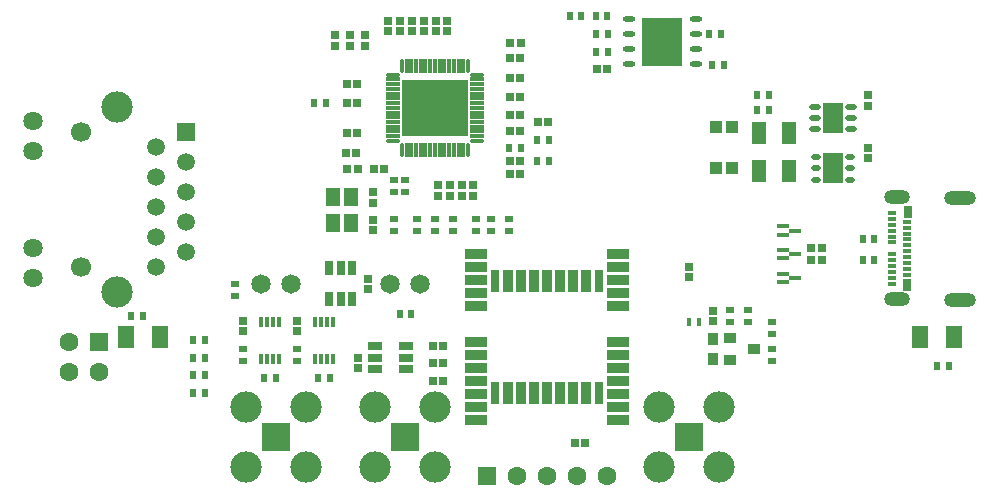
<source format=gts>
G04*
G04 #@! TF.GenerationSoftware,Altium Limited,Altium Designer,24.4.1 (13)*
G04*
G04 Layer_Color=8388736*
%FSLAX44Y44*%
%MOMM*%
G71*
G04*
G04 #@! TF.SameCoordinates,01D52CA3-88C5-4DE5-A31F-88FFA3C92493*
G04*
G04*
G04 #@! TF.FilePolarity,Negative*
G04*
G01*
G75*
%ADD37R,3.5000X4.1000*%
G04:AMPARAMS|DCode=38|XSize=1.05mm|YSize=0.45mm|CornerRadius=0.225mm|HoleSize=0mm|Usage=FLASHONLY|Rotation=180.000|XOffset=0mm|YOffset=0mm|HoleType=Round|Shape=RoundedRectangle|*
%AMROUNDEDRECTD38*
21,1,1.0500,0.0000,0,0,180.0*
21,1,0.6000,0.4500,0,0,180.0*
1,1,0.4500,-0.3000,0.0000*
1,1,0.4500,0.3000,0.0000*
1,1,0.4500,0.3000,0.0000*
1,1,0.4500,-0.3000,0.0000*
%
%ADD38ROUNDEDRECTD38*%
%ADD44R,0.9000X1.0000*%
%ADD47R,0.6000X0.7000*%
%ADD48R,0.7000X0.7400*%
%ADD49R,0.4000X0.9000*%
%ADD50R,1.9000X0.9000*%
%ADD51R,0.4500X0.7500*%
%ADD52R,0.7000X0.6000*%
%ADD53R,0.7400X0.7000*%
%ADD54R,1.0000X0.9000*%
%ADD55R,0.8000X1.9000*%
%ADD56R,0.9000X1.9000*%
%ADD57R,0.7000X1.2500*%
%ADD58R,1.2500X0.7000*%
%ADD59R,1.0144X0.3032*%
%ADD60R,1.0144X0.3540*%
%ADD61R,1.2000X0.3000*%
%ADD62R,1.4000X1.9000*%
%ADD63O,0.8000X0.5000*%
%ADD64R,1.7500X2.5000*%
%ADD65O,1.0000X0.5000*%
%ADD66R,0.8000X0.4000*%
%ADD67R,0.8000X1.1000*%
G04:AMPARAMS|DCode=68|XSize=0.3mm|YSize=1.2mm|CornerRadius=0.1mm|HoleSize=0mm|Usage=FLASHONLY|Rotation=90.000|XOffset=0mm|YOffset=0mm|HoleType=Round|Shape=RoundedRectangle|*
%AMROUNDEDRECTD68*
21,1,0.3000,1.0000,0,0,90.0*
21,1,0.1000,1.2000,0,0,90.0*
1,1,0.2000,0.5000,0.0500*
1,1,0.2000,0.5000,-0.0500*
1,1,0.2000,-0.5000,-0.0500*
1,1,0.2000,-0.5000,0.0500*
%
%ADD68ROUNDEDRECTD68*%
G04:AMPARAMS|DCode=69|XSize=0.3mm|YSize=1.2mm|CornerRadius=0.1mm|HoleSize=0mm|Usage=FLASHONLY|Rotation=0.000|XOffset=0mm|YOffset=0mm|HoleType=Round|Shape=RoundedRectangle|*
%AMROUNDEDRECTD69*
21,1,0.3000,1.0000,0,0,0.0*
21,1,0.1000,1.2000,0,0,0.0*
1,1,0.2000,0.0500,-0.5000*
1,1,0.2000,-0.0500,-0.5000*
1,1,0.2000,-0.0500,0.5000*
1,1,0.2000,0.0500,0.5000*
%
%ADD69ROUNDEDRECTD69*%
%ADD70R,0.3000X1.2000*%
%ADD71R,5.7000X4.7000*%
%ADD72R,1.0000X1.1000*%
%ADD73R,1.3000X1.5000*%
%ADD74R,1.3000X1.8500*%
%ADD75C,1.6000*%
%ADD76R,1.6000X1.6000*%
%ADD77C,2.6500*%
%ADD78R,2.3500X2.3500*%
%ADD79C,1.6400*%
%ADD80C,1.7000*%
%ADD81C,1.6300*%
%ADD82C,1.5000*%
%ADD83R,1.5000X1.5000*%
%ADD84O,2.7000X1.2000*%
%ADD85O,2.2000X1.2000*%
%ADD86C,0.1000*%
D37*
X952500Y785000D02*
D03*
D38*
X924000Y765950D02*
D03*
Y778650D02*
D03*
Y791350D02*
D03*
Y804050D02*
D03*
X981000D02*
D03*
Y791350D02*
D03*
Y778650D02*
D03*
Y765950D02*
D03*
D44*
X995000Y533500D02*
D03*
Y516500D02*
D03*
D47*
X671000Y500000D02*
D03*
X661000D02*
D03*
X565000Y517500D02*
D03*
X555000D02*
D03*
X625000Y500000D02*
D03*
X615000D02*
D03*
X512500Y552500D02*
D03*
X502500D02*
D03*
X1004500Y765000D02*
D03*
X994500D02*
D03*
X856558Y702000D02*
D03*
X846558D02*
D03*
X906442Y776500D02*
D03*
X896442D02*
D03*
X895942Y807000D02*
D03*
X905942D02*
D03*
X1122000Y618000D02*
D03*
X1132000D02*
D03*
Y600000D02*
D03*
X1122000D02*
D03*
X1042500Y740000D02*
D03*
X1032500D02*
D03*
X1032500Y727500D02*
D03*
X1042500D02*
D03*
X565000Y532500D02*
D03*
X555000D02*
D03*
X1185000Y510000D02*
D03*
X1195000D02*
D03*
X896442Y791500D02*
D03*
X906442D02*
D03*
X832558Y695000D02*
D03*
X822558D02*
D03*
X846558Y684000D02*
D03*
X856558D02*
D03*
X730000Y554000D02*
D03*
X740000D02*
D03*
X555000Y487500D02*
D03*
X565000D02*
D03*
X884000Y807000D02*
D03*
X874000D02*
D03*
X667558Y733000D02*
D03*
X657558D02*
D03*
X991942Y791500D02*
D03*
X1001942D02*
D03*
X555000Y502500D02*
D03*
X565000D02*
D03*
D48*
X823600Y784000D02*
D03*
X832400D02*
D03*
X766900Y527500D02*
D03*
X758100D02*
D03*
Y512500D02*
D03*
X766900D02*
D03*
X1078600Y600000D02*
D03*
X1087400D02*
D03*
X1078600Y610000D02*
D03*
X1087400D02*
D03*
X823258Y738500D02*
D03*
X832058D02*
D03*
X823158Y709000D02*
D03*
X831958D02*
D03*
X878600Y445000D02*
D03*
X887400D02*
D03*
X758100Y497500D02*
D03*
X766900D02*
D03*
X685600Y677500D02*
D03*
X694400D02*
D03*
X684658Y690500D02*
D03*
X693458D02*
D03*
X716900Y677500D02*
D03*
X708100D02*
D03*
X847158Y717000D02*
D03*
X855958D02*
D03*
X897042Y761500D02*
D03*
X905842D02*
D03*
X685158Y733000D02*
D03*
X693958D02*
D03*
X685158Y708000D02*
D03*
X693958D02*
D03*
X831958Y673000D02*
D03*
X823158D02*
D03*
X685158Y749000D02*
D03*
X693958D02*
D03*
X831958Y754000D02*
D03*
X823158D02*
D03*
X831958Y770750D02*
D03*
X823158D02*
D03*
Y723000D02*
D03*
X831958D02*
D03*
Y684000D02*
D03*
X823158D02*
D03*
D49*
X612500Y548000D02*
D03*
X617500D02*
D03*
X622500D02*
D03*
X627500D02*
D03*
Y516000D02*
D03*
X622500D02*
D03*
X617500D02*
D03*
X612500D02*
D03*
X658443Y515983D02*
D03*
X663443D02*
D03*
X668443D02*
D03*
X673443D02*
D03*
Y547982D02*
D03*
X668443D02*
D03*
X663443D02*
D03*
X658443D02*
D03*
D50*
X795000Y465000D02*
D03*
Y476000D02*
D03*
Y487000D02*
D03*
Y498000D02*
D03*
Y509000D02*
D03*
Y520000D02*
D03*
Y531000D02*
D03*
Y561000D02*
D03*
Y572000D02*
D03*
Y583000D02*
D03*
Y594000D02*
D03*
Y605000D02*
D03*
X915000D02*
D03*
Y594000D02*
D03*
Y583000D02*
D03*
Y572000D02*
D03*
Y561000D02*
D03*
Y531000D02*
D03*
Y520000D02*
D03*
Y509000D02*
D03*
Y498000D02*
D03*
Y487000D02*
D03*
Y476000D02*
D03*
Y465000D02*
D03*
D51*
X983500Y547500D02*
D03*
X975000D02*
D03*
D52*
X1025000Y557500D02*
D03*
Y547500D02*
D03*
X1010000D02*
D03*
Y557500D02*
D03*
X1045000Y515000D02*
D03*
Y525000D02*
D03*
Y537500D02*
D03*
Y547500D02*
D03*
X597500Y524500D02*
D03*
Y514500D02*
D03*
X643443Y524482D02*
D03*
Y514483D02*
D03*
X735000Y657500D02*
D03*
Y667500D02*
D03*
X725000D02*
D03*
Y657500D02*
D03*
X760000Y625000D02*
D03*
Y635000D02*
D03*
X822500Y625000D02*
D03*
Y635000D02*
D03*
X725000D02*
D03*
Y625000D02*
D03*
X807500Y635000D02*
D03*
Y625000D02*
D03*
X775000Y635000D02*
D03*
Y625000D02*
D03*
X745000D02*
D03*
Y635000D02*
D03*
X591000Y570000D02*
D03*
Y580000D02*
D03*
X795000Y635000D02*
D03*
Y625000D02*
D03*
D53*
X995000Y556900D02*
D03*
Y548100D02*
D03*
X597500Y548900D02*
D03*
Y540100D02*
D03*
X643443Y548883D02*
D03*
Y540083D02*
D03*
X695000Y517500D02*
D03*
Y508700D02*
D03*
X703000Y575600D02*
D03*
Y584400D02*
D03*
X782558Y663400D02*
D03*
Y654600D02*
D03*
X792558Y654600D02*
D03*
Y663400D02*
D03*
X1127002Y730770D02*
D03*
Y739570D02*
D03*
X975000Y585600D02*
D03*
Y594400D02*
D03*
X700558Y781600D02*
D03*
Y790400D02*
D03*
X1127002Y695170D02*
D03*
Y686370D02*
D03*
X772558Y663400D02*
D03*
Y654600D02*
D03*
X770558Y793600D02*
D03*
Y802400D02*
D03*
X707500Y625600D02*
D03*
Y634400D02*
D03*
Y657500D02*
D03*
Y648700D02*
D03*
X688058Y790400D02*
D03*
Y781600D02*
D03*
X760558Y793600D02*
D03*
Y802400D02*
D03*
X675558Y790400D02*
D03*
Y781600D02*
D03*
X750558Y802400D02*
D03*
Y793600D02*
D03*
X730558D02*
D03*
Y802400D02*
D03*
X740558D02*
D03*
Y793600D02*
D03*
X720558Y802400D02*
D03*
Y793600D02*
D03*
X762558Y654600D02*
D03*
Y663400D02*
D03*
D54*
X1030000Y525000D02*
D03*
X1010000Y515500D02*
D03*
Y534500D02*
D03*
D55*
X811000Y582500D02*
D03*
X899000D02*
D03*
Y487500D02*
D03*
X811000D02*
D03*
D56*
X822000Y582500D02*
D03*
X833000D02*
D03*
X844000D02*
D03*
X855000D02*
D03*
X866000D02*
D03*
X877000D02*
D03*
X888000D02*
D03*
Y487500D02*
D03*
X877000D02*
D03*
X866000D02*
D03*
X855000D02*
D03*
X844000D02*
D03*
X833000D02*
D03*
X822000D02*
D03*
D57*
X670500Y567000D02*
D03*
X680000D02*
D03*
X689500D02*
D03*
Y593000D02*
D03*
X680000D02*
D03*
X670500D02*
D03*
D58*
X735500Y508000D02*
D03*
Y517500D02*
D03*
Y527000D02*
D03*
X709500D02*
D03*
Y517500D02*
D03*
Y508000D02*
D03*
D59*
X1065080Y585000D02*
D03*
Y605000D02*
D03*
Y625000D02*
D03*
D60*
X1054920Y581444D02*
D03*
Y588556D02*
D03*
Y601444D02*
D03*
Y608556D02*
D03*
Y621444D02*
D03*
Y628556D02*
D03*
D61*
X724409Y705000D02*
D03*
Y709000D02*
D03*
Y753000D02*
D03*
Y749000D02*
D03*
Y745000D02*
D03*
Y741000D02*
D03*
Y737000D02*
D03*
Y733000D02*
D03*
Y729000D02*
D03*
Y725000D02*
D03*
Y721000D02*
D03*
Y717000D02*
D03*
Y713000D02*
D03*
X795409Y705000D02*
D03*
Y709000D02*
D03*
Y713000D02*
D03*
Y717000D02*
D03*
Y721000D02*
D03*
Y725000D02*
D03*
Y729000D02*
D03*
Y733000D02*
D03*
Y737000D02*
D03*
Y741000D02*
D03*
Y745000D02*
D03*
Y749000D02*
D03*
Y753000D02*
D03*
D62*
X498000Y535000D02*
D03*
X527000D02*
D03*
X1199500Y535000D02*
D03*
X1170500D02*
D03*
D63*
X1082752Y668170D02*
D03*
Y677670D02*
D03*
Y687170D02*
D03*
X1111252Y668170D02*
D03*
Y687170D02*
D03*
Y677670D02*
D03*
D64*
X1097002D02*
D03*
X1097002Y720170D02*
D03*
D65*
X1081752Y710670D02*
D03*
Y720170D02*
D03*
Y729670D02*
D03*
X1112252Y710670D02*
D03*
Y729670D02*
D03*
Y720170D02*
D03*
D66*
X1160000Y607500D02*
D03*
Y587500D02*
D03*
Y592500D02*
D03*
Y597500D02*
D03*
Y602500D02*
D03*
Y612500D02*
D03*
Y617500D02*
D03*
Y622500D02*
D03*
Y627500D02*
D03*
Y632500D02*
D03*
X1147000Y615000D02*
D03*
Y640000D02*
D03*
Y635000D02*
D03*
Y630000D02*
D03*
Y625000D02*
D03*
Y620000D02*
D03*
Y580000D02*
D03*
Y605000D02*
D03*
Y600000D02*
D03*
Y595000D02*
D03*
Y590000D02*
D03*
Y585000D02*
D03*
D67*
X1160000Y579000D02*
D03*
X1160100Y641000D02*
D03*
D68*
X724409Y757000D02*
D03*
Y701000D02*
D03*
X795409D02*
D03*
Y757000D02*
D03*
D69*
X731909Y693500D02*
D03*
X787909D02*
D03*
Y764500D02*
D03*
X731909D02*
D03*
D70*
X735909Y693500D02*
D03*
X739909D02*
D03*
X743909D02*
D03*
X747909D02*
D03*
X751909D02*
D03*
X755909D02*
D03*
X759909D02*
D03*
X763909D02*
D03*
X767909D02*
D03*
X771909D02*
D03*
X775909D02*
D03*
X779909D02*
D03*
X783909D02*
D03*
Y764500D02*
D03*
X779909D02*
D03*
X775909D02*
D03*
X771909D02*
D03*
X767909D02*
D03*
X763909D02*
D03*
X759909D02*
D03*
X755909D02*
D03*
X751909D02*
D03*
X747909D02*
D03*
X743909D02*
D03*
X739909D02*
D03*
X735909D02*
D03*
D71*
X759909Y729000D02*
D03*
D72*
X997752Y712670D02*
D03*
X1011252D02*
D03*
X997752Y677670D02*
D03*
X1011252D02*
D03*
D73*
X673220Y653500D02*
D03*
X689220D02*
D03*
X673220Y631500D02*
D03*
X689220D02*
D03*
D74*
X1034252Y675170D02*
D03*
X1059752D02*
D03*
Y707670D02*
D03*
X1034252D02*
D03*
D75*
X450000Y505000D02*
D03*
Y530400D02*
D03*
X475400Y505000D02*
D03*
X880400Y417500D02*
D03*
X905800D02*
D03*
X855000D02*
D03*
X829600D02*
D03*
D76*
X475400Y530400D02*
D03*
X804200Y417500D02*
D03*
D77*
X709600Y475400D02*
D03*
X760400D02*
D03*
Y424600D02*
D03*
X709600D02*
D03*
X491100Y572850D02*
D03*
Y729850D02*
D03*
X599600Y475400D02*
D03*
X650400D02*
D03*
Y424600D02*
D03*
X599600D02*
D03*
X949600D02*
D03*
X1000400D02*
D03*
Y475400D02*
D03*
X949600D02*
D03*
D78*
X735000Y450000D02*
D03*
X625000D02*
D03*
X975000D02*
D03*
D79*
X722300Y580000D02*
D03*
X747700D02*
D03*
X637700D02*
D03*
X612300D02*
D03*
D80*
X460600Y594200D02*
D03*
Y708500D02*
D03*
D81*
X420000Y584600D02*
D03*
Y610000D02*
D03*
Y692700D02*
D03*
Y718100D02*
D03*
D82*
X524100Y594200D02*
D03*
X549500Y606900D02*
D03*
X524100Y645000D02*
D03*
X549500Y657700D02*
D03*
X524100Y670400D02*
D03*
X549500Y683100D02*
D03*
X524100Y695800D02*
D03*
X549500Y632300D02*
D03*
X524100Y619600D02*
D03*
D83*
X549500Y708500D02*
D03*
D84*
X1204600Y566600D02*
D03*
Y653000D02*
D03*
D85*
X1151100Y566800D02*
D03*
Y653200D02*
D03*
D86*
X550000Y435000D02*
D03*
Y785000D02*
D03*
X1050000D02*
D03*
Y435000D02*
D03*
M02*

</source>
